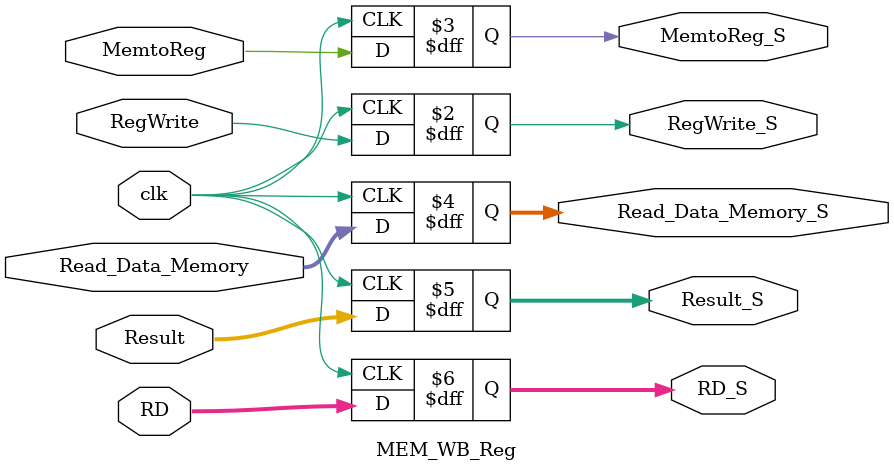
<source format=v>
`timescale 1ns / 1ps

module MEM_WB_Reg(
    input clk, 
    input RegWrite, MemtoReg,
    input [63:0] Read_Data_Memory, Result, 
    input [4:0] RD,
    
    output reg RegWrite_S, MemtoReg_S,
    output reg [63:0] Read_Data_Memory_S, Result_S,
    output reg [4:0] RD_S
);

    always @(posedge clk) 
    begin
        RegWrite_S = RegWrite;
        MemtoReg_S = MemtoReg;
        Read_Data_Memory_S = Read_Data_Memory;
        Result_S = Result;
        RD_S = RD;
    end
    
endmodule

</source>
